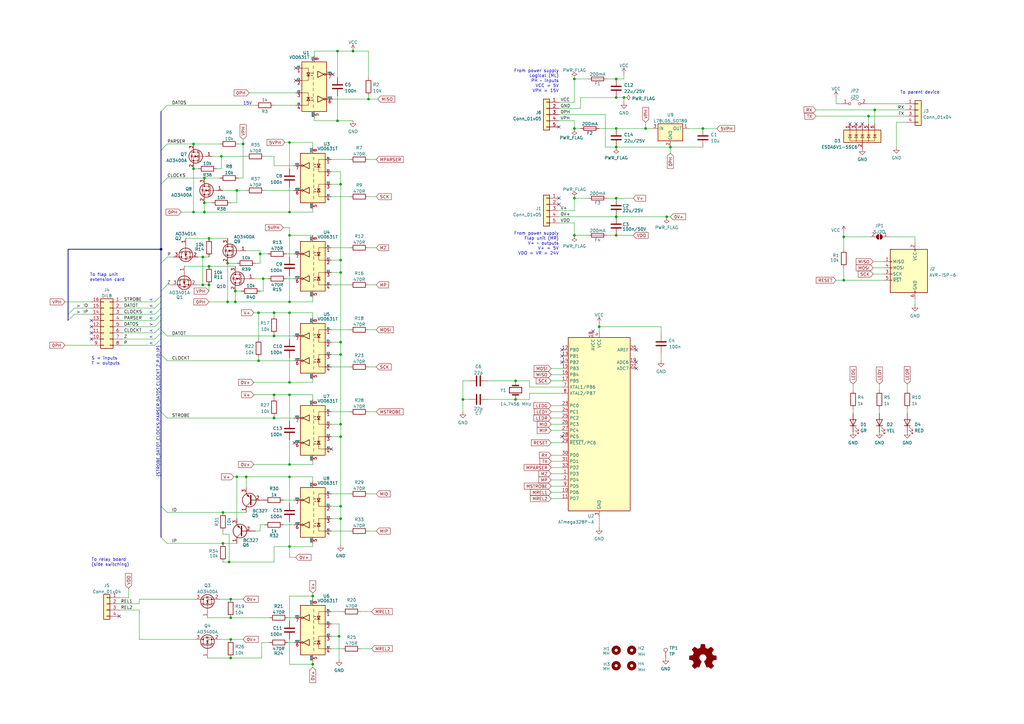
<source format=kicad_sch>
(kicad_sch (version 20211123) (generator eeschema)
  (paper "A3")
  (title_block (title "Solari di Udine platform board control PCB") (date "2023-05-06") (rev "1.0") (company "Model Railroader Club Brno I – KMŽ Brno I – https://kmz-brno.cz/") (comment 1 "Jan Horáček") (comment 2 "https://github.com/kmzbrnoI/solari-control") (comment 3 "https://creativecommons.org/licenses/by-sa/4.0/") (comment 4 "Released under the Creative Commons Attribution-ShareAlike 4.0 License"))
  (junction (at 138.43 20.955))
  (junction (at 85.725 97.79))
  (junction (at 118.745 128.27))
  (junction (at 128.27 244.475))
  (junction (at 138.43 49.53))
  (junction (at 79.375 86.995))
  (junction (at 139.065 260.985))
  (junction (at 94.615 269.875))
  (junction (at 358.775 45.085))
  (junction (at 85.725 109.22))
  (junction (at 139.7 145.415))
  (junction (at 235.585 96.52))
  (junction (at 252.73 96.52))
  (junction (at 94.615 245.745))
  (junction (at 99.695 59.055))
  (junction (at 118.745 190.5))
  (junction (at 94.615 262.255))
  (junction (at 118.745 156.845))
  (junction (at 100.965 195.58))
  (junction (at 112.395 128.27))
  (junction (at 66.04 102.235))
  (junction (at 139.7 207.645))
  (junction (at 235.585 81.28))
  (junction (at 83.82 83.185))
  (junction (at 93.345 107.95))
  (junction (at 93.345 123.825))
  (junction (at 288.29 52.705))
  (junction (at 274.955 60.325))
  (junction (at 83.185 116.84))
  (junction (at 211.455 156.21))
  (junction (at 139.7 75.565))
  (junction (at 128.27 272.415))
  (junction (at 346.075 114.935))
  (junction (at 83.82 73.025))
  (junction (at 264.795 52.705))
  (junction (at 94.615 253.365))
  (junction (at 79.375 69.215))
  (junction (at 112.395 137.795))
  (junction (at 245.745 133.985))
  (junction (at 118.745 58.42))
  (junction (at 85.725 116.84))
  (junction (at 356.235 47.625))
  (junction (at 139.7 212.725))
  (junction (at 252.73 32.385))
  (junction (at 83.185 105.41))
  (junction (at 90.805 64.135))
  (junction (at 139.7 106.68))
  (junction (at 112.395 171.45))
  (junction (at 79.375 59.055))
  (junction (at 151.13 40.64))
  (junction (at 252.73 60.325))
  (junction (at 97.155 78.105))
  (junction (at 118.745 224.155))
  (junction (at 255.905 40.005))
  (junction (at 139.7 111.76))
  (junction (at 107.95 114.3))
  (junction (at 83.82 86.995))
  (junction (at 91.44 210.185))
  (junction (at 118.745 86.995))
  (junction (at 106.045 147.955))
  (junction (at 106.68 104.14))
  (junction (at 252.73 81.28))
  (junction (at 91.44 222.885))
  (junction (at 144.78 20.955))
  (junction (at 106.045 128.27))
  (junction (at 118.745 161.925))
  (junction (at 211.455 163.83))
  (junction (at 118.745 96.52))
  (junction (at 252.73 52.705))
  (junction (at 252.73 40.005))
  (junction (at 139.7 140.335))
  (junction (at 139.7 173.99))
  (junction (at 118.745 123.825))
  (junction (at 252.73 88.9))
  (junction (at 118.745 195.58))
  (junction (at 97.155 195.58))
  (junction (at 96.52 123.825))
  (junction (at 189.865 163.83))
  (junction (at 96.52 119.38))
  (junction (at 93.98 230.505))
  (junction (at 273.431 88.9))
  (junction (at 235.585 32.385))
  (junction (at 235.585 52.705))
  (junction (at 346.075 97.155))
  (junction (at 112.395 161.925))
  (junction (at 139.7 179.07))
  (no_connect (at 229.235 81.28))
  (no_connect (at 260.985 151.13))
  (no_connect (at 135.89 184.15))
  (no_connect (at 353.695 50.8))
  (no_connect (at 260.985 148.59))
  (no_connect (at 230.505 148.59))
  (no_connect (at 348.615 50.8))
  (no_connect (at 37.465 133.985))
  (no_connect (at 230.505 179.07))
  (no_connect (at 37.465 136.525))
  (no_connect (at 243.205 135.89))
  (no_connect (at 229.235 83.82))
  (no_connect (at 351.155 50.8))
  (no_connect (at 37.465 131.445))
  (no_connect (at 48.895 252.73))
  (no_connect (at 260.985 143.51))
  (no_connect (at 229.235 52.07))
  (no_connect (at 121.285 33.02))
  (no_connect (at 230.505 146.05))
  (no_connect (at 37.465 139.065))
  (no_connect (at 136.525 30.48))
  (no_connect (at 121.285 27.94))
  (no_connect (at 120.65 181.61))
  (no_connect (at 230.505 143.51))
  (bus_entry (at 63.5 133.985) (size 2.54 -2.54))
  (bus_entry (at 68.58 147.955) (size -2.54 -2.54))
  (bus_entry (at 27.94 128.905) (size 2.54 -2.54))
  (bus_entry (at 63.5 141.605) (size 2.54 -2.54))
  (bus_entry (at 27.94 131.445) (size 2.54 -2.54))
  (bus_entry (at 66.04 75.565) (size 2.54 -2.54))
  (bus_entry (at 68.58 222.885) (size -2.54 -2.54))
  (bus_entry (at 66.04 107.95) (size 2.54 -2.54))
  (bus_entry (at 63.5 136.525) (size 2.54 -2.54))
  (bus_entry (at 66.04 61.595) (size 2.54 -2.54))
  (bus_entry (at 68.58 137.795) (size -2.54 -2.54))
  (bus_entry (at 63.5 128.905) (size 2.54 -2.54))
  (bus_entry (at 66.04 121.285) (size -2.54 2.54))
  (bus_entry (at 66.04 119.38) (size 2.54 -2.54))
  (bus_entry (at 63.5 126.365) (size 2.54 -2.54))
  (bus_entry (at 66.04 45.72) (size 2.54 -2.54))
  (bus_entry (at 63.5 139.065) (size 2.54 -2.54))
  (bus_entry (at 63.5 131.445) (size 2.54 -2.54))
  (bus_entry (at 66.04 168.91) (size 2.54 2.54))
  (bus_entry (at 68.58 210.185) (size -2.54 -2.54))
  (wire (pts (xy 57.15 250.19) (xy 57.15 262.255)))
  (wire (pts (xy 106.045 139.065) (xy 106.045 128.27)))
  (wire (pts (xy 74.295 86.995) (xy 79.375 86.995)))
  (bus (pts (xy 27.94 128.905) (xy 27.94 131.445)))
  (wire (pts (xy 97.79 59.055) (xy 99.695 59.055)))
  (wire (pts (xy 135.89 101.6) (xy 143.51 101.6)))
  (wire (pts (xy 152.4 266.065) (xy 147.955 266.065)))
  (wire (pts (xy 375.285 122.555) (xy 375.285 125.095)))
  (wire (pts (xy 128.27 123.825) (xy 118.745 123.825)))
  (wire (pts (xy 135.89 150.495) (xy 143.51 150.495)))
  (wire (pts (xy 85.725 97.79) (xy 93.345 97.79)))
  (wire (pts (xy 135.89 135.255) (xy 143.51 135.255)))
  (wire (pts (xy 151.13 31.75) (xy 151.13 20.955)))
  (wire (pts (xy 135.89 140.335) (xy 139.7 140.335)))
  (wire (pts (xy 57.15 262.255) (xy 80.01 262.255)))
  (wire (pts (xy 226.06 204.47) (xy 230.505 204.47)))
  (wire (pts (xy 94.615 262.255) (xy 99.695 262.255)))
  (wire (pts (xy 226.06 168.91) (xy 230.505 168.91)))
  (wire (pts (xy 95.885 195.58) (xy 97.155 195.58)))
  (wire (pts (xy 128.27 222.885) (xy 128.27 224.155)))
  (wire (pts (xy 128.27 244.475) (xy 128.27 245.745)))
  (bus (pts (xy 66.04 128.905) (xy 66.04 131.445)))
  (wire (pts (xy 83.82 73.025) (xy 90.17 73.025)))
  (wire (pts (xy 112.395 128.27) (xy 112.395 129.54)))
  (wire (pts (xy 128.905 20.955) (xy 138.43 20.955)))
  (wire (pts (xy 226.06 173.99) (xy 230.505 173.99)))
  (wire (pts (xy 151.13 150.495) (xy 154.305 150.495)))
  (bus (pts (xy 27.94 102.235) (xy 66.04 102.235)))
  (wire (pts (xy 30.48 128.905) (xy 37.465 128.905)))
  (wire (pts (xy 100.965 102.87) (xy 106.68 102.87)))
  (wire (pts (xy 235.585 86.36) (xy 229.235 86.36)))
  (wire (pts (xy 282.575 52.705) (xy 288.29 52.705)))
  (wire (pts (xy 367.665 50.165) (xy 367.665 60.325)))
  (wire (pts (xy 230.505 156.21) (xy 226.06 156.21)))
  (wire (pts (xy 93.345 123.825) (xy 96.52 123.825)))
  (wire (pts (xy 50.165 131.445) (xy 63.5 131.445)))
  (wire (pts (xy 94.615 245.745) (xy 99.695 245.745)))
  (wire (pts (xy 118.745 224.155) (xy 118.745 228.6)))
  (wire (pts (xy 90.17 245.745) (xy 94.615 245.745)))
  (wire (pts (xy 211.455 156.21) (xy 200.025 156.21)))
  (wire (pts (xy 118.745 58.42) (xy 118.745 69.215)))
  (wire (pts (xy 106.045 146.685) (xy 106.045 147.955)))
  (wire (pts (xy 112.395 161.925) (xy 112.395 163.195)))
  (wire (pts (xy 235.585 41.91) (xy 229.235 41.91)))
  (wire (pts (xy 235.585 32.385) (xy 235.585 41.91)))
  (wire (pts (xy 85.725 123.825) (xy 93.345 123.825)))
  (wire (pts (xy 118.745 128.27) (xy 118.745 139.065)))
  (wire (pts (xy 68.58 222.885) (xy 91.44 222.885)))
  (wire (pts (xy 235.585 49.53) (xy 229.235 49.53)))
  (bus (pts (xy 66.04 145.415) (xy 66.04 168.91)))
  (wire (pts (xy 226.06 186.69) (xy 230.505 186.69)))
  (wire (pts (xy 93.345 107.95) (xy 93.345 123.825)))
  (wire (pts (xy 128.905 49.53) (xy 138.43 49.53)))
  (wire (pts (xy 118.745 76.835) (xy 118.745 86.995)))
  (wire (pts (xy 118.745 113.03) (xy 118.745 123.825)))
  (wire (pts (xy 271.145 144.78) (xy 271.145 147.955)))
  (bus (pts (xy 66.04 121.285) (xy 66.04 123.825)))
  (wire (pts (xy 138.43 39.37) (xy 138.43 49.53)))
  (wire (pts (xy 226.06 196.85) (xy 230.505 196.85)))
  (wire (pts (xy 83.185 105.41) (xy 85.725 105.41)))
  (wire (pts (xy 151.13 101.6) (xy 154.305 101.6)))
  (wire (pts (xy 139.065 260.985) (xy 135.89 260.985)))
  (wire (pts (xy 85.725 109.22) (xy 96.52 109.22)))
  (wire (pts (xy 68.58 73.025) (xy 83.82 73.025)))
  (wire (pts (xy 135.89 65.405) (xy 143.51 65.405)))
  (wire (pts (xy 50.165 123.825) (xy 63.5 123.825)))
  (wire (pts (xy 189.865 156.21) (xy 189.865 163.83)))
  (wire (pts (xy 128.27 197.485) (xy 128.27 195.58)))
  (wire (pts (xy 151.13 65.405) (xy 154.305 65.405)))
  (wire (pts (xy 118.745 96.52) (xy 128.27 96.52)))
  (wire (pts (xy 189.865 163.83) (xy 189.865 168.91)))
  (wire (pts (xy 226.06 194.31) (xy 230.505 194.31)))
  (wire (pts (xy 128.27 121.92) (xy 128.27 123.825)))
  (wire (pts (xy 104.14 161.925) (xy 112.395 161.925)))
  (wire (pts (xy 139.065 270.51) (xy 139.065 260.985)))
  (wire (pts (xy 50.165 136.525) (xy 63.5 136.525)))
  (wire (pts (xy 255.905 40.005) (xy 255.905 41.91)))
  (wire (pts (xy 116.205 93.345) (xy 118.745 93.345)))
  (wire (pts (xy 139.7 140.335) (xy 139.7 111.76)))
  (wire (pts (xy 100.965 195.58) (xy 118.745 195.58)))
  (wire (pts (xy 118.745 156.845) (xy 104.14 156.845)))
  (wire (pts (xy 230.505 151.13) (xy 226.06 151.13)))
  (bus (pts (xy 66.04 168.91) (xy 66.04 207.645)))
  (wire (pts (xy 118.745 262.255) (xy 118.745 272.415)))
  (wire (pts (xy 118.745 96.52) (xy 118.745 105.41)))
  (wire (pts (xy 151.13 168.91) (xy 154.305 168.91)))
  (bus (pts (xy 66.04 119.38) (xy 66.04 121.285)))
  (wire (pts (xy 248.92 96.52) (xy 252.73 96.52)))
  (wire (pts (xy 75.565 109.22) (xy 85.725 109.22)))
  (wire (pts (xy 57.15 247.65) (xy 57.15 245.745)))
  (wire (pts (xy 238.125 44.45) (xy 229.235 44.45)))
  (bus (pts (xy 66.04 126.365) (xy 66.04 128.905)))
  (wire (pts (xy 135.89 116.84) (xy 143.51 116.84)))
  (wire (pts (xy 245.745 52.705) (xy 252.73 52.705)))
  (wire (pts (xy 135.89 202.565) (xy 143.51 202.565)))
  (wire (pts (xy 229.235 88.9) (xy 252.73 88.9)))
  (wire (pts (xy 118.745 228.6) (xy 121.285 228.6)))
  (wire (pts (xy 96.52 119.38) (xy 96.52 123.825)))
  (wire (pts (xy 128.27 243.205) (xy 128.27 244.475)))
  (wire (pts (xy 349.885 157.48) (xy 349.885 160.02)))
  (wire (pts (xy 372.11 157.48) (xy 372.11 160.02)))
  (wire (pts (xy 235.585 52.705) (xy 235.585 49.53)))
  (wire (pts (xy 139.7 70.485) (xy 135.89 70.485)))
  (wire (pts (xy 48.895 250.19) (xy 57.15 250.19)))
  (wire (pts (xy 245.745 212.09) (xy 245.745 216.535)))
  (wire (pts (xy 135.89 217.805) (xy 143.51 217.805)))
  (wire (pts (xy 93.98 230.505) (xy 112.395 230.505)))
  (wire (pts (xy 118.745 161.925) (xy 112.395 161.925)))
  (wire (pts (xy 288.29 52.705) (xy 294.005 52.705)))
  (wire (pts (xy 128.27 156.845) (xy 118.745 156.845)))
  (wire (pts (xy 118.745 190.5) (xy 104.14 190.5)))
  (wire (pts (xy 50.165 126.365) (xy 63.5 126.365)))
  (wire (pts (xy 112.395 224.155) (xy 112.395 230.505)))
  (wire (pts (xy 83.185 116.84) (xy 85.725 116.84)))
  (wire (pts (xy 81.28 105.41) (xy 83.185 105.41)))
  (wire (pts (xy 106.045 147.955) (xy 120.65 147.955)))
  (wire (pts (xy 264.795 52.705) (xy 267.335 52.705)))
  (bus (pts (xy 66.04 102.235) (xy 66.04 107.95)))
  (wire (pts (xy 107.315 263.525) (xy 110.49 263.525)))
  (wire (pts (xy 226.06 166.37) (xy 230.505 166.37)))
  (wire (pts (xy 151.13 135.255) (xy 154.305 135.255)))
  (wire (pts (xy 106.045 128.27) (xy 104.14 128.27)))
  (wire (pts (xy 112.395 128.27) (xy 106.045 128.27)))
  (wire (pts (xy 217.17 163.83) (xy 217.17 161.29)))
  (wire (pts (xy 52.705 241.3) (xy 52.705 245.11)))
  (wire (pts (xy 138.43 20.955) (xy 144.78 20.955)))
  (wire (pts (xy 238.125 40.005) (xy 238.125 44.45)))
  (wire (pts (xy 271.145 133.985) (xy 271.145 137.16)))
  (wire (pts (xy 85.725 116.84) (xy 85.725 119.38)))
  (wire (pts (xy 264.795 50.165) (xy 264.795 52.705)))
  (wire (pts (xy 68.58 171.45) (xy 112.395 171.45)))
  (wire (pts (xy 128.27 189.23) (xy 128.27 190.5)))
  (wire (pts (xy 235.585 91.44) (xy 235.585 96.52)))
  (wire (pts (xy 230.505 153.67) (xy 226.06 153.67)))
  (wire (pts (xy 68.58 59.055) (xy 79.375 59.055)))
  (wire (pts (xy 346.075 114.935) (xy 342.9 114.935)))
  (wire (pts (xy 118.745 161.925) (xy 118.745 172.72)))
  (wire (pts (xy 118.745 272.415) (xy 128.27 272.415)))
  (wire (pts (xy 342.9 42.545) (xy 345.44 42.545)))
  (wire (pts (xy 128.27 86.995) (xy 118.745 86.995)))
  (wire (pts (xy 346.075 97.155) (xy 346.075 102.235)))
  (wire (pts (xy 83.82 86.995) (xy 118.745 86.995)))
  (wire (pts (xy 128.27 161.925) (xy 118.745 161.925)))
  (wire (pts (xy 128.27 272.415) (xy 128.27 273.685)))
  (wire (pts (xy 235.585 81.28) (xy 235.585 86.36)))
  (wire (pts (xy 50.165 139.065) (xy 63.5 139.065)))
  (wire (pts (xy 235.585 81.28) (xy 241.3 81.28)))
  (wire (pts (xy 245.745 133.985) (xy 271.145 133.985)))
  (wire (pts (xy 151.13 116.84) (xy 154.305 116.84)))
  (wire (pts (xy 128.27 155.575) (xy 128.27 156.845)))
  (wire (pts (xy 139.7 173.99) (xy 139.7 145.415)))
  (wire (pts (xy 93.345 107.95) (xy 97.155 107.95)))
  (wire (pts (xy 226.06 171.45) (xy 230.505 171.45)))
  (wire (pts (xy 226.06 189.23) (xy 230.505 189.23)))
  (wire (pts (xy 108.585 78.105) (xy 120.65 78.105)))
  (wire (pts (xy 79.375 86.995) (xy 83.82 86.995)))
  (wire (pts (xy 135.89 111.76) (xy 139.7 111.76)))
  (wire (pts (xy 238.125 40.005) (xy 252.73 40.005)))
  (wire (pts (xy 83.185 105.41) (xy 83.185 116.84)))
  (wire (pts (xy 79.375 69.215) (xy 81.28 69.215)))
  (wire (pts (xy 112.395 170.815) (xy 112.395 171.45)))
  (wire (pts (xy 68.58 137.795) (xy 112.395 137.795)))
  (wire (pts (xy 118.745 93.345) (xy 118.745 96.52)))
  (wire (pts (xy 139.7 212.725) (xy 139.7 207.645)))
  (wire (pts (xy 252.73 60.325) (xy 274.955 60.325)))
  (wire (pts (xy 358.775 45.085) (xy 358.775 50.8)))
  (wire (pts (xy 245.745 132.715) (xy 245.745 133.985)))
  (wire (pts (xy 50.165 128.905) (xy 63.5 128.905)))
  (wire (pts (xy 83.82 83.185) (xy 83.82 86.995)))
  (wire (pts (xy 211.455 163.83) (xy 217.17 163.83)))
  (wire (pts (xy 68.58 147.955) (xy 106.045 147.955)))
  (wire (pts (xy 107.95 114.3) (xy 109.855 114.3)))
  (wire (pts (xy 30.48 126.365) (xy 37.465 126.365)))
  (bus (pts (xy 66.04 133.985) (xy 66.04 135.255)))
  (wire (pts (xy 255.905 32.385) (xy 252.73 32.385)))
  (wire (pts (xy 362.585 109.855) (xy 358.14 109.855)))
  (wire (pts (xy 118.745 195.58) (xy 118.745 206.375)))
  (wire (pts (xy 76.2 97.79) (xy 85.725 97.79)))
  (wire (pts (xy 26.67 123.825) (xy 37.465 123.825)))
  (wire (pts (xy 139.7 207.645) (xy 135.89 207.645)))
  (wire (pts (xy 360.68 167.64) (xy 360.68 169.545)))
  (wire (pts (xy 252.73 81.28) (xy 259.715 81.28)))
  (wire (pts (xy 79.375 69.215) (xy 79.375 86.995)))
  (wire (pts (xy 97.155 78.105) (xy 100.965 78.105)))
  (wire (pts (xy 375.285 97.155) (xy 364.49 97.155)))
  (wire (pts (xy 118.745 146.685) (xy 118.745 156.845)))
  (wire (pts (xy 356.87 97.155) (xy 346.075 97.155)))
  (wire (pts (xy 93.98 219.075) (xy 93.98 230.505)))
  (wire (pts (xy 372.11 167.64) (xy 372.11 169.545)))
  (wire (pts (xy 139.7 75.565) (xy 139.7 70.485)))
  (wire (pts (xy 106.68 104.14) (xy 109.855 104.14)))
  (wire (pts (xy 118.745 244.475) (xy 118.745 254.635)))
  (wire (pts (xy 139.7 75.565) (xy 139.7 106.68)))
  (wire (pts (xy 229.235 46.99) (xy 248.285 46.99)))
  (wire (pts (xy 104.775 217.805) (xy 106.68 217.805)))
  (wire (pts (xy 217.17 156.21) (xy 211.455 156.21)))
  (wire (pts (xy 248.285 46.99) (xy 248.285 60.325)))
  (wire (pts (xy 112.395 43.18) (xy 121.285 43.18)))
  (wire (pts (xy 96.52 123.825) (xy 118.745 123.825)))
  (wire (pts (xy 128.27 244.475) (xy 118.745 244.475)))
  (wire (pts (xy 346.075 95.25) (xy 346.075 97.155)))
  (wire (pts (xy 48.895 245.11) (xy 52.705 245.11)))
  (wire (pts (xy 91.44 210.185) (xy 100.965 210.185)))
  (bus (pts (xy 66.04 61.595) (xy 66.04 75.565)))
  (wire (pts (xy 139.7 223.52) (xy 139.7 212.725)))
  (bus (pts (xy 66.04 139.065) (xy 66.04 145.415)))
  (wire (pts (xy 117.475 104.14) (xy 120.65 104.14)))
  (wire (pts (xy 200.025 163.83) (xy 211.455 163.83)))
  (wire (pts (xy 107.315 269.875) (xy 107.315 263.525)))
  (wire (pts (xy 135.89 75.565) (xy 139.7 75.565)))
  (wire (pts (xy 68.58 43.18) (xy 104.775 43.18)))
  (wire (pts (xy 151.13 40.64) (xy 136.525 40.64)))
  (wire (pts (xy 138.43 20.955) (xy 138.43 31.75)))
  (wire (pts (xy 135.89 212.725) (xy 139.7 212.725)))
  (wire (pts (xy 144.78 20.955) (xy 151.13 20.955)))
  (wire (pts (xy 117.475 114.3) (xy 120.65 114.3)))
  (wire (pts (xy 106.68 217.805) (xy 106.68 215.265)))
  (wire (pts (xy 151.13 80.645) (xy 154.305 80.645)))
  (wire (pts (xy 349.885 167.64) (xy 349.885 169.545)))
  (wire (pts (xy 80.645 116.84) (xy 83.185 116.84)))
  (wire (pts (xy 245.745 133.985) (xy 245.745 135.89)))
  (wire (pts (xy 100.965 195.58) (xy 100.965 200.025)))
  (wire (pts (xy 128.27 85.725) (xy 128.27 86.995)))
  (wire (pts (xy 135.89 179.07) (xy 139.7 179.07)))
  (wire (pts (xy 346.075 109.855) (xy 346.075 114.935)))
  (wire (pts (xy 139.7 179.07) (xy 139.7 173.99)))
  (wire (pts (xy 252.73 88.9) (xy 273.431 88.9)))
  (wire (pts (xy 138.43 49.53) (xy 144.78 49.53)))
  (wire (pts (xy 48.895 247.65) (xy 57.15 247.65)))
  (wire (pts (xy 120.65 205.105) (xy 116.205 205.105)))
  (wire (pts (xy 358.775 45.085) (xy 371.475 45.085)))
  (wire (pts (xy 90.805 69.215) (xy 88.9 69.215)))
  (wire (pts (xy 99.695 59.055) (xy 99.695 73.025)))
  (wire (pts (xy 360.68 157.48) (xy 360.68 160.02)))
  (wire (pts (xy 106.68 102.87) (xy 106.68 104.14)))
  (bus (pts (xy 66.04 135.255) (xy 66.04 136.525)))
  (wire (pts (xy 235.585 52.705) (xy 238.125 52.705)))
  (wire (pts (xy 85.09 269.875) (xy 94.615 269.875)))
  (wire (pts (xy 128.905 22.86) (xy 128.905 20.955)))
  (wire (pts (xy 94.615 269.875) (xy 107.315 269.875)))
  (wire (pts (xy 151.13 39.37) (xy 151.13 40.64)))
  (wire (pts (xy 97.155 195.58) (xy 97.155 212.725)))
  (wire (pts (xy 128.27 128.27) (xy 118.745 128.27)))
  (wire (pts (xy 139.065 255.905) (xy 139.065 260.985)))
  (wire (pts (xy 128.27 195.58) (xy 118.745 195.58)))
  (wire (pts (xy 274.955 88.9) (xy 273.431 88.9)))
  (wire (pts (xy 367.665 50.165) (xy 371.475 50.165)))
  (wire (pts (xy 90.805 64.135) (xy 90.805 69.215)))
  (wire (pts (xy 94.615 253.365) (xy 110.49 253.365)))
  (wire (pts (xy 83.82 83.185) (xy 86.995 83.185)))
  (wire (pts (xy 226.06 191.77) (xy 230.505 191.77)))
  (wire (pts (xy 128.905 48.26) (xy 128.905 49.53)))
  (wire (pts (xy 151.13 217.805) (xy 154.305 217.805)))
  (wire (pts (xy 97.155 195.58) (xy 100.965 195.58)))
  (wire (pts (xy 362.585 114.935) (xy 346.075 114.935)))
  (wire (pts (xy 192.405 156.21) (xy 189.865 156.21)))
  (wire (pts (xy 235.585 32.385) (xy 241.3 32.385)))
  (wire (pts (xy 79.375 59.055) (xy 90.17 59.055)))
  (wire (pts (xy 97.79 73.025) (xy 99.695 73.025)))
  (wire (pts (xy 120.65 67.945) (xy 112.395 67.945)))
  (wire (pts (xy 118.11 253.365) (xy 120.65 253.365)))
  (wire (pts (xy 106.68 215.265) (xy 108.585 215.265)))
  (wire (pts (xy 68.58 105.41) (xy 71.12 105.41)))
  (wire (pts (xy 334.645 47.625) (xy 356.235 47.625)))
  (wire (pts (xy 252.73 40.005) (xy 255.905 40.005)))
  (wire (pts (xy 85.09 253.365) (xy 94.615 253.365)))
  (wire (pts (xy 151.13 202.565) (xy 154.305 202.565)))
  (wire (pts (xy 135.89 168.91) (xy 143.51 168.91)))
  (wire (pts (xy 230.505 161.29) (xy 217.17 161.29)))
  (wire (pts (xy 252.73 60.325) (xy 248.285 60.325)))
  (wire (pts (xy 97.155 78.105) (xy 97.155 83.185)))
  (wire (pts (xy 356.235 47.625) (xy 371.475 47.625)))
  (wire (pts (xy 248.92 32.385) (xy 252.73 32.385)))
  (wire (pts (xy 217.17 158.75) (xy 217.17 156.21)))
  (wire (pts (xy 139.7 145.415) (xy 135.89 145.415)))
  (wire (pts (xy 116.205 215.265) (xy 120.65 215.265)))
  (wire (pts (xy 116.84 58.42) (xy 118.745 58.42)))
  (bus (pts (xy 66.04 131.445) (xy 66.04 133.985)))
  (wire (pts (xy 68.58 116.84) (xy 70.485 116.84)))
  (wire (pts (xy 106.68 107.95) (xy 104.775 107.95)))
  (wire (pts (xy 112.395 137.16) (xy 112.395 137.795)))
  (wire (pts (xy 334.645 45.085) (xy 358.775 45.085)))
  (wire (pts (xy 120.65 171.45) (xy 112.395 171.45)))
  (wire (pts (xy 91.44 230.505) (xy 93.98 230.505)))
  (wire (pts (xy 104.14 114.3) (xy 107.95 114.3)))
  (wire (pts (xy 235.585 96.52) (xy 241.3 96.52)))
  (wire (pts (xy 118.745 128.27) (xy 112.395 128.27)))
  (bus (pts (xy 27.94 102.235) (xy 27.94 128.905)))
  (wire (pts (xy 97.155 83.185) (xy 94.615 83.185)))
  (wire (pts (xy 226.06 199.39) (xy 230.505 199.39)))
  (wire (pts (xy 128.27 58.42) (xy 118.745 58.42)))
  (bus (pts (xy 66.04 207.645) (xy 66.04 220.345)))
  (wire (pts (xy 26.67 141.605) (xy 37.465 141.605)))
  (wire (pts (xy 106.68 104.14) (xy 106.68 107.95)))
  (wire (pts (xy 356.235 47.625) (xy 356.235 50.8)))
  (wire (pts (xy 91.44 222.885) (xy 97.155 222.885)))
  (wire (pts (xy 139.7 179.07) (xy 139.7 207.645)))
  (wire (pts (xy 91.44 78.105) (xy 97.155 78.105)))
  (wire (pts (xy 68.58 210.185) (xy 91.44 210.185)))
  (bus (pts (xy 66.04 75.565) (xy 66.04 102.235)))
  (wire (pts (xy 362.585 112.395) (xy 358.14 112.395)))
  (wire (pts (xy 274.955 60.325) (xy 288.29 60.325)))
  (wire (pts (xy 128.27 130.175) (xy 128.27 128.27)))
  (wire (pts (xy 118.745 213.995) (xy 118.745 224.155)))
  (wire (pts (xy 274.955 60.325) (xy 274.955 62.865)))
  (bus (pts (xy 66.04 136.525) (xy 66.04 139.065)))
  (wire (pts (xy 57.15 245.745) (xy 80.01 245.745)))
  (wire (pts (xy 230.505 181.61) (xy 226.06 181.61)))
  (wire (pts (xy 362.585 107.315) (xy 358.14 107.315)))
  (wire (pts (xy 226.06 176.53) (xy 230.505 176.53)))
  (wire (pts (xy 128.27 60.325) (xy 128.27 58.42)))
  (wire (pts (xy 128.27 272.415) (xy 128.27 271.145)))
  (bus (pts (xy 66.04 123.825) (xy 66.04 126.365)))
  (wire (pts (xy 128.27 163.83) (xy 128.27 161.925)))
  (wire (pts (xy 140.335 250.825) (xy 135.89 250.825)))
  (wire (pts (xy 140.335 266.065) (xy 135.89 266.065)))
  (wire (pts (xy 139.7 145.415) (xy 139.7 140.335)))
  (wire (pts (xy 151.13 40.64) (xy 154.94 40.64)))
  (wire (pts (xy 50.165 133.985) (xy 63.5 133.985)))
  (wire (pts (xy 99.695 57.15) (xy 99.695 59.055)))
  (wire (pts (xy 91.44 217.805) (xy 91.44 219.075)))
  (wire (pts (xy 139.7 173.99) (xy 135.89 173.99)))
  (wire (pts (xy 112.395 64.135) (xy 108.585 64.135)))
  (wire (pts (xy 128.27 190.5) (xy 118.745 190.5)))
  (wire (pts (xy 112.395 67.945) (xy 112.395 64.135)))
  (wire (pts (xy 118.745 224.155) (xy 112.395 224.155)))
  (wire (pts (xy 106.68 119.38) (xy 107.95 119.38)))
  (wire (pts (xy 226.06 201.93) (xy 230.505 201.93)))
  (wire (pts (xy 90.17 262.255) (xy 94.615 262.255)))
  (wire (pts (xy 252.73 52.705) (xy 264.795 52.705)))
  (wire (pts (xy 91.44 219.075) (xy 93.98 219.075)))
  (wire (pts (xy 342.9 40.005) (xy 342.9 42.545)))
  (bus (pts (xy 66.04 107.95) (xy 66.04 119.38)))
  (wire (pts (xy 96.52 119.38) (xy 99.06 119.38)))
  (wire (pts (xy 152.4 250.825) (xy 147.955 250.825)))
  (wire (pts (xy 230.505 158.75) (xy 217.17 158.75)))
  (wire (pts (xy 128.27 224.155) (xy 118.745 224.155)))
  (wire (pts (xy 252.73 96.52) (xy 259.715 96.52)))
  (wire (pts (xy 139.7 111.76) (xy 139.7 106.68)))
  (wire (pts (xy 90.805 64.135) (xy 100.965 64.135)))
  (wire (pts (xy 355.6 42.545) (xy 371.475 42.545)))
  (wire (pts (xy 102.235 38.1) (xy 121.285 38.1)))
  (wire (pts (xy 135.89 255.905) (xy 139.065 255.905)))
  (wire (pts (xy 229.235 91.44) (xy 235.585 91.44)))
  (wire (pts (xy 50.165 141.605) (xy 63.5 141.605)))
  (wire (pts (xy 120.65 137.795) (xy 112.395 137.795)))
  (wire (pts (xy 135.89 106.68) (xy 139.7 106.68)))
  (bus (pts (xy 66.04 45.72) (xy 66.04 61.595)))
  (wire (pts (xy 135.89 80.645) (xy 143.51 80.645)))
  (wire (pts (xy 118.11 263.525) (xy 120.65 263.525)))
  (wire (pts (xy 192.405 163.83) (xy 189.865 163.83)))
  (wire (pts (xy 86.995 64.135) (xy 90.805 64.135)))
  (wire (pts (xy 375.285 97.155) (xy 375.285 99.695)))
  (wire (pts (xy 118.745 180.34) (xy 118.745 190.5)))
  (wire (pts (xy 248.92 81.28) (xy 252.73 81.28)))
  (wire (pts (xy 107.95 119.38) (xy 107.95 114.3)))
  (wire (pts (xy 255.905 30.48) (xy 255.905 32.385)))
  (text "<" (at 62.865 136.525 180) (effects (font (size 1.27 1.27)) (justify right bottom)))
  (text "<" (at 62.865 126.365 180) (effects (font (size 1.27 1.27)) (justify right bottom)))
  (text "To relay board\n(side switching)" (at 37.465 232.41 0) (effects (font (size 1.27 1.27)) (justify left bottom)))
  (text "<" (at 62.865 131.445 180) (effects (font (size 1.27 1.27)) (justify right bottom)))
  (text "15V" (at 99.695 43.18 0) (effects (font (size 1.27 1.27)) (justify left bottom)))
  (text "To parent device" (at 385.445 38.735 180) (effects (font (size 1.27 1.27)) (justify right bottom)))
  (text ">" (at 33.02 128.905 180) (effects (font (size 1.27 1.27)) (justify right bottom)))
  (text "From power supply\nFlap unit (MR)\nV+ ~ outputs\nV+ = 5V\nVDO = VR = 24V" (at 229.235 104.775 180) (effects (font (size 1.27 1.27)) (justify right bottom)))
  (text ">" (at 33.02 126.365 180) (effects (font (size 1.27 1.27)) (justify right bottom)))
  (text "<" (at 62.865 141.605 180) (effects (font (size 1.27 1.27)) (justify right bottom)))
  (text "From power supply\nLogical (ML)\nPH ~ inputs\nVCC = 5V\nVPH = 15V" (at 229.235 38.1 180) (effects (font (size 1.27 1.27)) (justify right bottom)))
  (text "To flap unit\nextension card" (at 36.83 115.57 0) (effects (font (size 1.27 1.27)) (justify left bottom)))
  (text "<" (at 62.865 123.825 180) (effects (font (size 1.27 1.27)) (justify right bottom)))
  (text "<" (at 62.865 139.065 180) (effects (font (size 1.27 1.27)) (justify right bottom)))
  (text ">" (at 62.865 133.985 180) (effects (font (size 1.27 1.27)) (justify right bottom)))
  (text "S = inputs\nT = outputs" (at 37.465 149.86 0) (effects (font (size 1.27 1.27)) (justify left bottom)))
  (text "<" (at 62.865 128.905 180) (effects (font (size 1.27 1.27)) (justify right bottom)))
  (label "ID" (at 36.195 126.365 180))
  (label "RX" (at 370.84 45.085 180))
  (label "DATOS" (at 50.8 133.985 0))
  (label "IP" (at 36.195 128.905 180))
  (label "P" (at 68.58 105.41 0))
  (label "VPH" (at 229.87 49.53 0))
  (label "Z" (at 68.58 116.84 0))
  (label "CLOCKT" (at 50.8 136.525 0))
  (label "GND" (at 229.87 44.45 0))
  (label "0V+" (at 229.87 88.9 0))
  (label "PARSER" (at 50.8 131.445 0))
  (label "{STROBE,DATOT,CLOCKS,PARSER,DATOS,CLOCKT,Z,P,ID,IP}" (at 66.04 195.58 90))
  (label "V+" (at 229.87 86.36 0))
  (label "VDO" (at 229.87 91.44 0))
  (label "STROBE" (at 70.485 171.45 0))
  (label "REL2" (at 49.53 250.19 0))
  (label "ID" (at 70.485 210.185 0))
  (label "DATOT" (at 70.485 137.795 0))
  (label "IP" (at 70.485 222.885 0))
  (label "0PH" (at 229.87 46.99 0))
  (label "TX" (at 370.84 47.625 180))
  (label "PARSER" (at 68.58 59.055 0))
  (label "Z" (at 50.8 139.065 0))
  (label "CLOCKT" (at 70.485 147.955 0))
  (label "P" (at 50.8 141.605 0))
  (label "CLOCKS" (at 68.58 73.025 0))
  (label "CLOCKS" (at 50.8 128.905 0))
  (label "VCC" (at 229.87 41.91 0))
  (label "STROBE" (at 50.8 123.825 0))
  (label "DATOT" (at 50.8 126.365 0))
  (label "DATOS" (at 70.485 43.18 0))
  (label "REL1" (at 49.53 247.65 0))
  (global_label "VPH" (shape input) (at 26.67 123.825 180) (property "Intersheet References" "${INTERSHEET_REFS}" (effects hide)))
  (global_label "VPH" (shape input) (at 264.795 50.165 90) (property "Intersheet References" "${INTERSHEET_REFS}" (effects hide)))
  (global_label "VDO" (shape input) (at 52.705 241.3 90) (property "Intersheet References" "${INTERSHEET_REFS}" (effects hide)))
  (global_label "TX" (shape input) (at 334.645 47.625 180) (property "Intersheet References" "${INTERSHEET_REFS}" (effects hide)))
  (global_label "MISO" (shape input) (at 358.14 107.315 180) (property "Intersheet References" "${INTERSHEET_REFS}" (effects hide)))
  (global_label "V+" (shape input) (at 259.715 81.28 0) (property "Intersheet References" "${INTERSHEET_REFS}" (effects hide)))
  (global_label "RESET" (shape input) (at 342.9 114.935 180) (property "Intersheet References" "${INTERSHEET_REFS}" (effects hide)))
  (global_label "5VPH" (shape input) (at 116.84 58.42 180) (property "Intersheet References" "${INTERSHEET_REFS}" (effects hide)))
  (global_label "MP" (shape input) (at 154.305 116.84 0) (property "Intersheet References" "${INTERSHEET_REFS}" (effects hide)))
  (global_label "MREL2" (shape input) (at 152.4 266.065 0) (property "Intersheet References" "${INTERSHEET_REFS}" (effects hide)))
  (global_label "RX" (shape input) (at 226.06 186.69 180) (property "Intersheet References" "${INTERSHEET_REFS}" (effects hide)))
  (global_label "SCK" (shape input) (at 154.305 80.645 0) (property "Intersheet References" "${INTERSHEET_REFS}" (effects hide)))
  (global_label "0V+" (shape input) (at 121.285 228.6 0) (property "Intersheet References" "${INTERSHEET_REFS}" (effects hide)))
  (global_label "0PH" (shape input) (at 274.955 62.865 270) (property "Intersheet References" "${INTERSHEET_REFS}" (effects hide)))
  (global_label "MREL1" (shape input) (at 226.06 201.93 180) (property "Intersheet References" "${INTERSHEET_REFS}" (effects hide)))
  (global_label "MSTROBE" (shape input) (at 226.06 199.39 180) (property "Intersheet References" "${INTERSHEET_REFS}" (effects hide)))
  (global_label "0PH" (shape input) (at 74.295 86.995 180) (property "Intersheet References" "${INTERSHEET_REFS}" (effects hide)))
  (global_label "MOSI" (shape input) (at 226.06 151.13 180) (property "Intersheet References" "${INTERSHEET_REFS}" (effects hide)))
  (global_label "LEDG" (shape input) (at 226.06 166.37 180) (property "Intersheet References" "${INTERSHEET_REFS}" (effects hide)))
  (global_label "5VPH" (shape input) (at 116.205 93.345 180) (property "Intersheet References" "${INTERSHEET_REFS}" (effects hide)))
  (global_label "MSTROBE" (shape input) (at 154.305 168.91 0) (property "Intersheet References" "${INTERSHEET_REFS}" (effects hide)))
  (global_label "MZ" (shape input) (at 226.06 194.31 180) (property "Intersheet References" "${INTERSHEET_REFS}" (effects hide)))
  (global_label "MP" (shape input) (at 226.06 196.85 180) (property "Intersheet References" "${INTERSHEET_REFS}" (effects hide)))
  (global_label "0PH" (shape input) (at 102.235 38.1 180) (property "Intersheet References" "${INTERSHEET_REFS}" (effects hide)))
  (global_label "V+" (shape input) (at 104.14 128.27 180) (property "Intersheet References" "${INTERSHEET_REFS}" (effects hide)))
  (global_label "0PH" (shape input) (at 85.725 123.825 180) (property "Intersheet References" "${INTERSHEET_REFS}" (effects hide)))
  (global_label "LEDG" (shape input) (at 349.885 157.48 90) (property "Intersheet References" "${INTERSHEET_REFS}" (effects hide)))
  (global_label "LEDR" (shape input) (at 372.11 157.48 90) (property "Intersheet References" "${INTERSHEET_REFS}" (effects hide)))
  (global_label "V+" (shape input) (at 95.885 195.58 180) (property "Intersheet References" "${INTERSHEET_REFS}" (effects hide)))
  (global_label "V+" (shape input) (at 104.14 161.925 180) (property "Intersheet References" "${INTERSHEET_REFS}" (effects hide)))
  (global_label "0V+" (shape input) (at 274.955 88.9 0) (property "Intersheet References" "${INTERSHEET_REFS}" (effects hide)))
  (global_label "MID" (shape input) (at 226.06 173.99 180) (property "Intersheet References" "${INTERSHEET_REFS}" (effects hide)))
  (global_label "0PH" (shape input) (at 26.67 141.605 180) (property "Intersheet References" "${INTERSHEET_REFS}" (effects hide)))
  (global_label "MZ" (shape input) (at 154.305 101.6 0) (property "Intersheet References" "${INTERSHEET_REFS}" (effects hide)))
  (global_label "0V+" (shape input) (at 104.14 190.5 180) (property "Intersheet References" "${INTERSHEET_REFS}" (effects hide)))
  (global_label "VDO" (shape input) (at 259.715 96.52 0) (property "Intersheet References" "${INTERSHEET_REFS}" (effects hide)))
  (global_label "VPH" (shape input) (at 99.695 57.15 90) (property "Intersheet References" "${INTERSHEET_REFS}" (effects hide)))
  (global_label "MISO" (shape input) (at 226.06 153.67 180) (property "Intersheet References" "${INTERSHEET_REFS}" (effects hide)))
  (global_label "5VPH" (shape input) (at 294.005 52.705 0) (property "Intersheet References" "${INTERSHEET_REFS}" (effects hide)))
  (global_label "0V+" (shape input) (at 128.27 273.685 270) (property "Intersheet References" "${INTERSHEET_REFS}" (effects hide)))
  (global_label "VPH" (shape input) (at 85.725 119.38 180) (property "Intersheet References" "${INTERSHEET_REFS}" (effects hide)))
  (global_label "RESET" (shape input) (at 226.06 181.61 180) (property "Intersheet References" "${INTERSHEET_REFS}" (effects hide)))
  (global_label "LEDY" (shape input) (at 360.68 157.48 90) (property "Intersheet References" "${INTERSHEET_REFS}" (effects hide)))
  (global_label "0V+" (shape input) (at 104.14 156.845 180) (property "Intersheet References" "${INTERSHEET_REFS}" (effects hide)))
  (global_label "MISO" (shape input) (at 154.94 40.64 0) (property "Intersheet References" "${INTERSHEET_REFS}" (effects hide)))
  (global_label "V+" (shape input) (at 128.27 243.205 90) (property "Intersheet References" "${INTERSHEET_REFS}" (effects hide)))
  (global_label "LEDR" (shape input) (at 226.06 171.45 180) (property "Intersheet References" "${INTERSHEET_REFS}" (effects hide)))
  (global_label "MOSI" (shape input) (at 358.14 109.855 180) (property "Intersheet References" "${INTERSHEET_REFS}" (effects hide)))
  (global_label "MPARSER" (shape input) (at 226.06 191.77 180) (property "Intersheet References" "${INTERSHEET_REFS}" (effects hide)))
  (global_label "MID" (shape input) (at 154.305 202.565 0) (property "Intersheet References" "${INTERSHEET_REFS}" (effects hide)))
  (global_label "MOSI" (shape input) (at 154.305 135.255 0) (property "Intersheet References" "${INTERSHEET_REFS}" (effects hide)))
  (global_label "MIP" (shape input) (at 154.305 217.805 0) (property "Intersheet References" "${INTERSHEET_REFS}" (effects hide)))
  (global_label "MIP" (shape input) (at 226.06 176.53 180) (property "Intersheet References" "${INTERSHEET_REFS}" (effects hide)))
  (global_label "MREL2" (shape input) (at 226.06 204.47 180) (property "Intersheet References" "${INTERSHEET_REFS}" (effects hide)))
  (global_label "SCK" (shape input) (at 226.06 156.21 180) (property "Intersheet References" "${INTERSHEET_REFS}" (effects hide)))
  (global_label "SCK" (shape input) (at 154.305 150.495 0) (property "Intersheet References" "${INTERSHEET_REFS}" (effects hide)))
  (global_label "MPARSER" (shape input) (at 154.305 65.405 0) (property "Intersheet References" "${INTERSHEET_REFS}" (effects hide)))
  (global_label "SCK" (shape input) (at 358.14 112.395 180) (property "Intersheet References" "${INTERSHEET_REFS}" (effects hide)))
  (global_label "0V+" (shape input) (at 99.695 245.745 0) (property "Intersheet References" "${INTERSHEET_REFS}" (effects hide)))
  (global_label "TX" (shape input) (at 226.06 189.23 180) (property "Intersheet References" "${INTERSHEET_REFS}" (effects hide)))
  (global_label "0V+" (shape input) (at 99.695 262.255 0) (property "Intersheet References" "${INTERSHEET_REFS}" (effects hide)))
  (global_label "RX" (shape input) (at 334.645 45.085 180) (property "Intersheet References" "${INTERSHEET_REFS}" (effects hide)))
  (global_label "LEDY" (shape input) (at 226.06 168.91 180) (property "Intersheet References" "${INTERSHEET_REFS}" (effects hide)))
  (global_label "MREL1" (shape input) (at 152.4 250.825 0) (property "Intersheet References" "${INTERSHEET_REFS}" (effects hide)))
  (symbol (lib_id "Connector_Generic:Conn_01x05") (at 224.155 86.36 0) (mirror y) (unit 1)
    (property "Reference" "J1" (at 222.123 85.5253 0) (effects (justify left)))
    (property "Value" "Conn_01x05" (at 222.123 88.0622 0) (effects (justify left)))
  )
  (symbol (lib_id "Device:Fuse") (at 245.11 32.385 90) (unit 1)
    (property "Reference" "F1" (at 245.11 34.29 90))
    (property "Value" "200mA" (at 245.11 30.4601 90))
  )
  (symbol (lib_id "Device:R") (at 147.32 80.645 90) (unit 1)
    (property "Reference" "R9" (at 147.32 75.9292 90))
    (property "Value" "470R" (at 147.32 78.4661 90))
  )
  (symbol (lib_id "Device:R") (at 147.32 217.805 90) (unit 1)
    (property "Reference" "R33" (at 147.32 213.0892 90))
    (property "Value" "470R" (at 147.32 215.6261 90))
  )
  (symbol (lib_id "Device:Crystal") (at 211.455 160.02 90) (unit 1)
    (property "Reference" "Y1" (at 207.645 160.02 90) (effects (justify left)))
    (property "Value" "14.7456 MHz" (at 205.105 165.735 90) (effects (justify right)))
  )
  (symbol (lib_id "Device:R") (at 112.395 167.005 0) (mirror x) (unit 1)
    (property "Reference" "R27" (at 110.617 166.1703 0) (effects (justify right)))
    (property "Value" "10k" (at 110.617 168.7072 0) (effects (justify right)))
  )
  (symbol (lib_id "Device:R") (at 108.585 43.18 270) (mirror x) (unit 1)
    (property "Reference" "R3" (at 108.585 45.72 90))
    (property "Value" "1k" (at 108.585 41.0011 90))
  )
  (symbol (lib_id "Device:R") (at 106.045 142.875 0) (mirror x) (unit 1)
    (property "Reference" "R22" (at 104.267 142.0403 0) (effects (justify right)))
    (property "Value" "10k" (at 104.267 144.5772 0) (effects (justify right)))
  )
  (symbol (lib_id "Isolator:VO0631T") (at 128.27 176.53 0) (mirror y) (unit 1)
    (property "Reference" "U7" (at 135.255 162.56 0) (effects (justify left)))
    (property "Value" "VO0631T" (at 130.175 164.465 0) (effects (justify right)))
    (property "Footprint" "Package_SO:SOIC-8_3.9x4.9mm_P1.27mm" (effects hide))
    (property "Datasheet" "http://www.vishay.com/doc?84607" (effects hide))
  )
  (symbol (lib_id "power:GND") (at 189.865 168.91 0) (mirror y) (unit 1)
    (property "Reference" "#PWR07" (effects hide))
    (property "Value" "GND" (at 189.865 173.3534 0))
  )
  (symbol (lib_id "power:GND") (at 372.11 177.165 0) (unit 1)
    (property "Reference" "#PWR013" (effects hide))
    (property "Value" "GND" (at 372.11 181.6084 0))
  )
  (symbol (lib_id "power:GND") (at 375.285 125.095 0) (mirror y) (unit 1)
    (property "Reference" "#PWR05" (effects hide))
    (property "Value" "GND" (at 375.285 129.5384 0))
  )
  (symbol (lib_id "Regulator_Linear:L78L05_SOT89") (at 274.955 52.705 0) (unit 1)
    (property "Reference" "U9" (at 274.955 47.1002 0))
    (property "Value" "L78L05_SOT89" (at 274.955 49.6371 0))
    (property "Footprint" "Package_TO_SOT_SMD:SOT-89-3" (effects hide))
    (property "Datasheet" "http://www.st.com/content/ccc/resource/technical/document/datasheet/15/55/e5/aa/23/5b/43/fd/CD00000446.pdf/files/CD00000446.pdf/jcr:content/translations/en.CD00000446.pdf" (effects hide))
  )
  (symbol (lib_id "Device:R") (at 112.395 133.35 0) (mirror x) (unit 1)
    (property "Reference" "R17" (at 110.617 132.5153 0) (effects (justify right)))
    (property "Value" "10k" (at 110.617 135.0522 0) (effects (justify right)))
  )
  (symbol (lib_id "Graphic:Logo_Open_Hardware_Small") (at 288.29 269.875 0) (unit 1)
    (property "Reference" "#LOGO1" (effects hide))
    (property "Value" "Logo_Open_Hardware_Small" (effects hide))
  )
  (symbol (lib_id "Device:R") (at 114.3 263.525 90) (unit 1)
    (property "Reference" "R24" (at 114.3 267.97 90))
    (property "Value" "470R" (at 114.3 266.065 90))
  )
  (symbol (lib_id "Device:C") (at 138.43 35.56 0) (unit 1)
    (property "Reference" "C5" (at 141.351 34.7253 0) (effects (justify left)))
    (property "Value" "100n" (at 141.351 37.2622 0) (effects (justify left)))
  )
  (symbol (lib_id "Device:R") (at 147.32 65.405 90) (unit 1)
    (property "Reference" "R7" (at 147.32 60.6892 90))
    (property "Value" "470R" (at 147.32 63.2261 90))
  )
  (symbol (lib_id "power:PWR_FLAG") (at 235.585 52.705 180) (unit 1)
    (property "Reference" "#FLG06" (effects hide))
    (property "Value" "PWR_FLAG" (at 234.315 56.515 0))
  )
  (symbol (lib_id "Device:R") (at 147.32 135.255 90) (unit 1)
    (property "Reference" "R18" (at 147.32 130.5392 90))
    (property "Value" "470R" (at 147.32 133.0761 90))
  )
  (symbol (lib_id "Connector_Generic:Conn_01x04") (at 43.815 247.65 0) (mirror y) (unit 1)
    (property "Reference" "J5" (at 43.815 240.1402 0))
    (property "Value" "Conn_01x04" (at 43.815 242.6771 0))
  )
  (symbol (lib_id "power:GND") (at 139.7 223.52 0) (mirror y) (unit 1)
    (property "Reference" "#PWR019" (effects hide))
    (property "Value" "GND" (at 139.7 227.9634 0))
  )
  (symbol (lib_id "Transistor_FET:AO3400A") (at 85.09 248.285 90) (unit 1)
    (property "Reference" "Q3" (at 85.09 240.1402 90))
    (property "Value" "AO3400A" (at 85.09 242.6771 90))
    (property "Footprint" "Package_TO_SOT_SMD:SOT-23" (effects hide))
    (property "Datasheet" "http://www.aosmd.com/pdfs/datasheet/AO3400A.pdf" (effects hide))
  )
  (symbol (lib_id "Device:R") (at 349.885 163.83 0) (unit 1)
    (property "Reference" "R4" (at 351.663 162.9953 0) (effects (justify left)))
    (property "Value" "1k" (at 351.663 165.5322 0) (effects (justify left)))
  )
  (symbol (lib_id "Device:R") (at 102.87 119.38 90) (unit 1)
    (property "Reference" "R40" (at 102.87 121.92 90))
    (property "Value" "10k" (at 102.87 117.2011 90))
  )
  (symbol (lib_id "Device:R") (at 104.775 64.135 90) (unit 1)
    (property "Reference" "R35" (at 104.775 59.4192 90))
    (property "Value" "470R" (at 104.775 61.9561 90))
  )
  (symbol (lib_id "Device:Fuse") (at 245.11 81.28 90) (unit 1)
    (property "Reference" "F3" (at 245.11 83.185 90))
    (property "Value" "200mA" (at 245.11 79.3551 90))
  )
  (symbol (lib_id "power:VCC") (at 346.075 95.25 0) (mirror y) (unit 1)
    (property "Reference" "#PWR01" (effects hide))
    (property "Value" "VCC" (at 344.678 94.4138 0) (effects (justify left)))
  )
  (symbol (lib_id "Transistor_BJT:BC327") (at 103.505 205.105 180) (unit 1)
    (property "Reference" "Q5" (at 106.045 211.455 0) (effects (justify left)))
    (property "Value" "BC327" (at 109.855 209.55 0) (effects (justify left)))
    (property "Footprint" "Package_TO_SOT_THT:TO-92_Inline" (effects hide))
    (property "Datasheet" "http://www.onsemi.com/pub_link/Collateral/BC327-D.PDF" (effects hide))
  )
  (symbol (lib_id "Device:C") (at 196.215 156.21 270) (mirror x) (unit 1)
    (property "Reference" "C6" (at 196.215 150.3512 90))
    (property "Value" "22p" (at 196.215 152.8881 90))
  )
  (symbol (lib_id "power:GND") (at 245.745 216.535 0) (mirror y) (unit 1)
    (property "Reference" "#PWR014" (effects hide))
    (property "Value" "GND" (at 245.745 220.9784 0))
  )
  (symbol (lib_id "Transistor_FET:AO3401A") (at 75.565 114.3 90) (mirror x) (unit 1)
    (property "Reference" "Q1" (at 73.66 121.92 90))
    (property "Value" "AO3401A" (at 73.66 120.015 90))
    (property "Footprint" "Package_TO_SOT_SMD:SOT-23" (effects hide))
    (property "Datasheet" "http://www.aosmd.com/pdfs/datasheet/AO3401A.pdf" (effects hide))
  )
  (symbol (lib_id "Device:C") (at 252.73 85.09 0) (mirror y) (unit 1)
    (property "Reference" "C2" (at 255.27 84.455 0) (effects (justify right)))
    (property "Value" "22u/25V" (at 255.27 86.36 0) (effects (justify right)))
  )
  (symbol (lib_id "MCU_Microchip_ATmega:ATmega328P-A") (at 245.745 173.99 0) (mirror y) (unit 1)
    (property "Reference" "U2" (at 243.7256 211.5804 0) (effects (justify left)))
    (property "Value" "ATmega328P-A" (at 243.7256 214.1173 0) (effects (justify left)))
    (property "Footprint" "Package_QFP:TQFP-32_7x7mm_P0.8mm" (effects hide))
    (property "Datasheet" "http://ww1.microchip.com/downloads/en/DeviceDoc/ATmega328_P%20AVR%20MCU%20with%20picoPower%20Technology%20Data%20Sheet%2040001984A.pdf" (effects hide))
  )
  (symbol (lib_id "Device:R") (at 85.09 69.215 90) (unit 1)
    (property "Reference" "R36" (at 85.09 71.755 90))
    (property "Value" "10k" (at 85.09 67.0361 90))
  )
  (symbol (lib_id "Isolator:VO0631T") (at 128.27 210.185 0) (mirror y) (unit 1)
    (property "Reference" "U8" (at 135.255 196.215 0) (effects (justify left)))
    (property "Value" "VO0631T" (at 130.175 198.12 0) (effects (justify right)))
    (property "Footprint" "Package_SO:SOIC-8_3.9x4.9mm_P1.27mm" (effects hide))
    (property "Datasheet" "http://www.vishay.com/doc?84607" (effects hide))
  )
  (symbol (lib_id "Mechanical:MountingHole") (at 252.73 273.05 0) (mirror y) (unit 1)
    (property "Reference" "H3" (at 250.19 272.415 0) (effects (justify left)))
    (property "Value" "MH" (at 250.19 274.32 0) (effects (justify left)))
  )
  (symbol (lib_id "power:PWR_FLAG") (at 255.905 40.005 270) (unit 1)
    (property "Reference" "#FLG05" (effects hide))
    (property "Value" "PWR_FLAG" (at 259.08 40.4388 90) (effects (justify left)))
  )
  (symbol (lib_id "Isolator:VO0631T") (at 128.27 109.22 0) (mirror y) (unit 1)
    (property "Reference" "U4" (at 133.985 95.25 0))
    (property "Value" "VO0631T" (at 130.175 97.155 0) (effects (justify right)))
    (property "Footprint" "Package_SO:SOIC-8_3.9x4.9mm_P1.27mm" (effects hide))
    (property "Datasheet" "http://www.vishay.com/doc?84607" (effects hide))
  )
  (symbol (lib_id "Mechanical:MountingHole") (at 252.73 266.7 0) (unit 1)
    (property "Reference" "H1" (at 250.19 266.065 0) (effects (justify right)))
    (property "Value" "MH" (at 250.19 267.97 0) (effects (justify right)))
  )
  (symbol (lib_id "power:PWR_FLAG") (at 252.73 60.325 180) (unit 1)
    (property "Reference" "#FLG07" (effects hide))
    (property "Value" "PWR_FLAG" (at 252.73 64.7684 0))
  )
  (symbol (lib_id "Device:R") (at 147.32 202.565 90) (unit 1)
    (property "Reference" "R29" (at 147.32 197.8492 90))
    (property "Value" "470R" (at 147.32 200.3861 90))
  )
  (symbol (lib_id "Isolator:VO0631T") (at 128.27 73.025 0) (mirror y) (unit 1)
    (property "Reference" "U3" (at 133.985 59.055 0))
    (property "Value" "VO0631T" (at 130.175 60.96 0) (effects (justify right)))
    (property "Footprint" "Package_SO:SOIC-8_3.9x4.9mm_P1.27mm" (effects hide))
    (property "Datasheet" "http://www.vishay.com/doc?84607" (effects hide))
  )
  (symbol (lib_id "power:PWR_FLAG") (at 235.585 32.385 0) (unit 1)
    (property "Reference" "#FLG04" (effects hide))
    (property "Value" "PWR_FLAG" (at 235.585 28.8092 0))
  )
  (symbol (lib_id "Transistor_FET:AO3401A") (at 76.2 102.87 90) (mirror x) (unit 1)
    (property "Reference" "Q2" (at 71.755 97.79 90) (effects (justify right)))
    (property "Value" "AO3401A" (at 76.2 95.885 90))
    (property "Footprint" "Package_TO_SOT_SMD:SOT-23" (effects hide))
    (property "Datasheet" "http://www.aosmd.com/pdfs/datasheet/AO3401A.pdf" (effects hide))
  )
  (symbol (lib_id "Device:R") (at 94.615 249.555 0) (unit 1)
    (property "Reference" "R19" (at 96.393 248.7203 0) (effects (justify left)))
    (property "Value" "10k" (at 96.393 251.2572 0) (effects (justify left)))
  )
  (symbol (lib_id "power:VCC") (at 342.9 40.005 0) (unit 1)
    (property "Reference" "#PWR010" (effects hide))
    (property "Value" "VCC" (at 342.9 36.4292 0))
  )
  (symbol (lib_id "Device:Fuse") (at 241.935 52.705 90) (unit 1)
    (property "Reference" "F2" (at 241.935 54.61 90))
    (property "Value" "200mA" (at 241.935 50.7801 90))
  )
  (symbol (lib_id "power:GND") (at 144.78 49.53 0) (mirror y) (unit 1)
    (property "Reference" "#PWR06" (effects hide))
    (property "Value" "GND" (at 144.78 53.9734 0))
  )
  (symbol (lib_id "Device:C") (at 252.73 56.515 0) (unit 1)
    (property "Reference" "C14" (at 255.905 55.245 0) (effects (justify left)))
    (property "Value" "22u/25V" (at 255.905 57.785 0) (effects (justify left)))
  )
  (symbol (lib_id "Jumper:Jumper_2_Open") (at 350.52 42.545 0) (unit 1)
    (property "Reference" "JP2" (at 350.52 37.1942 0))
    (property "Value" "J2O" (at 350.52 39.7311 0))
  )
  (symbol (lib_id "Transistor_FET:AO3400A") (at 95.885 102.87 0) (mirror y) (unit 1)
    (property "Reference" "Q9" (at 95.885 99.06 0) (effects (justify right)))
    (property "Value" "AO3400A" (at 95.885 97.155 0) (effects (justify right)))
    (property "Footprint" "Package_TO_SOT_SMD:SOT-23" (effects hide))
    (property "Datasheet" "http://www.aosmd.com/pdfs/datasheet/AO3400A.pdf" (effects hide))
  )
  (symbol (lib_id "Device:R") (at 346.075 106.045 0) (mirror y) (unit 1)
    (property "Reference" "R1" (at 344.17 104.775 0) (effects (justify left)))
    (property "Value" "10k" (at 344.17 106.68 0) (effects (justify left)))
  )
  (symbol (lib_id "Device:R") (at 94.615 266.065 0) (unit 1)
    (property "Reference" "R26" (at 96.393 265.2303 0) (effects (justify left)))
    (property "Value" "10k" (at 96.393 267.7672 0) (effects (justify left)))
  )
  (symbol (lib_id "Isolator:VO0631T") (at 128.27 142.875 0) (mirror y) (unit 1)
    (property "Reference" "U5" (at 133.985 128.905 0))
    (property "Value" "VO0631T" (at 130.175 130.81 0) (effects (justify right)))
    (property "Footprint" "Package_SO:SOIC-8_3.9x4.9mm_P1.27mm" (effects hide))
    (property "Datasheet" "http://www.vishay.com/doc?84607" (effects hide))
  )
  (symbol (lib_id "Device:R") (at 147.32 168.91 90) (unit 1)
    (property "Reference" "R28" (at 147.32 164.1942 90))
    (property "Value" "470R" (at 147.32 166.7311 90))
  )
  (symbol (lib_id "Device:C") (at 271.145 140.97 0) (unit 1)
    (property "Reference" "C4" (at 276.86 139.7 0) (effects (justify right)))
    (property "Value" "100n" (at 274.32 142.24 0) (effects (justify left)))
  )
  (symbol (lib_id "Device:R") (at 104.775 78.105 90) (unit 1)
    (property "Reference" "R37" (at 104.775 73.3892 90))
    (property "Value" "470R" (at 104.775 75.9261 90))
  )
  (symbol (lib_id "power:PWR_FLAG") (at 235.585 96.52 180) (unit 1)
    (property "Reference" "#FLG03" (effects hide))
    (property "Value" "PWR_FLAG" (at 235.585 100.9634 0))
  )
  (symbol (lib_id "Device:LED") (at 349.885 173.355 90) (unit 1)
    (property "Reference" "D1" (at 352.806 174.1078 90) (effects (justify right)))
    (property "Value" "GR" (at 352.806 176.6447 90) (effects (justify right)))
  )
  (symbol (lib_id "Device:R") (at 91.44 226.695 0) (mirror y) (unit 1)
    (property "Reference" "R34" (at 89.535 226.06 0) (effects (justify left)))
    (property "Value" "10k" (at 89.535 227.965 0) (effects (justify left)))
  )
  (symbol (lib_id "Device:R") (at 147.32 101.6 90) (unit 1)
    (property "Reference" "R12" (at 147.32 96.8842 90))
    (property "Value" "470R" (at 147.32 99.4211 90))
  )
  (symbol (lib_id "Jumper:SolderJumper_2_Open") (at 360.68 97.155 0) (mirror y) (unit 1)
    (property "Reference" "JP1" (at 360.68 92.5662 0))
    (property "Value" "SJ2O" (at 360.68 95.1031 0))
  )
  (symbol (lib_id "Device:R") (at 147.32 150.495 90) (unit 1)
    (property "Reference" "R23" (at 147.32 145.7792 90))
    (property "Value" "470R" (at 147.32 148.3161 90))
  )
  (symbol (lib_id "Transistor_BJT:BC327") (at 99.695 217.805 180) (unit 1)
    (property "Reference" "Q6" (at 102.235 223.52 0) (effects (justify left)))
    (property "Value" "BC327" (at 106.045 221.615 0) (effects (justify left)))
    (property "Footprint" "Package_TO_SOT_THT:TO-92_Inline" (effects hide))
    (property "Datasheet" "http://www.onsemi.com/pub_link/Collateral/BC327-D.PDF" (effects hide))
  )
  (symbol (lib_id "Device:R") (at 113.665 114.3 90) (mirror x) (unit 1)
    (property "Reference" "R15" (at 113.665 118.745 90))
    (property "Value" "470R" (at 113.665 116.84 90))
  )
  (symbol (lib_id "Isolator:VO0631T") (at 128.905 35.56 0) (unit 1)
    (property "Reference" "U1" (at 127 21.59 0) (effects (justify right)))
    (property "Value" "VO0631T" (at 127 23.495 0) (effects (justify right)))
    (property "Footprint" "Package_SO:SOIC-8_3.9x4.9mm_P1.27mm" (effects hide))
    (property "Datasheet" "http://www.vishay.com/doc?84607" (effects hide))
  )
  (symbol (lib_id "power:VCC") (at 144.78 20.955 0) (mirror y) (unit 1)
    (property "Reference" "#PWR03" (effects hide))
    (property "Value" "VCC" (at 144.78 17.3792 0))
  )
  (symbol (lib_id "power:GND") (at 255.905 41.91 0) (mirror y) (unit 1)
    (property "Reference" "#PWR017" (effects hide))
    (property "Value" "GND" (at 255.905 46.3534 0))
  )
  (symbol (lib_id "Mechanical:MountingHole") (at 259.08 266.7 0) (unit 1)
    (property "Reference" "H2" (at 261.62 265.8653 0) (effects (justify left)))
    (property "Value" "MH" (at 261.62 268.4022 0) (effects (justify left)))
  )
  (symbol (lib_id "Device:C") (at 196.215 163.83 270) (unit 1)
    (property "Reference" "C7" (at 196.215 169.545 90))
    (property "Value" "22p" (at 196.215 167.64 90))
  )
  (symbol (lib_id "power:VCC") (at 255.905 30.48 0) (mirror y) (unit 1)
    (property "Reference" "#PWR016" (effects hide))
    (property "Value" "VCC" (at 255.905 26.9042 0))
  )
  (symbol (lib_id "power:VCC") (at 245.745 132.715 0) (mirror y) (unit 1)
    (property "Reference" "#PWR02" (effects hide))
    (property "Value" "VCC" (at 245.745 129.1392 0))
  )
  (symbol (lib_id "Device:C") (at 118.745 109.22 0) (mirror y) (unit 1)
    (property "Reference" "C9" (at 115.824 108.3853 0) (effects (justify left)))
    (property "Value" "100n" (at 115.824 110.9222 0) (effects (justify left)))
  )
  (symbol (lib_id "Connector:TestPoint") (at 273.05 269.875 0) (unit 1)
    (property "Reference" "TP1" (at 274.447 265.7383 0) (effects (justify left)))
    (property "Value" "TP" (at 274.447 268.2752 0) (effects (justify left)))
  )
  (symbol (lib_id "Transistor_FET:AO3400A") (at 99.06 114.3 0) (mirror y) (unit 1)
    (property "Reference" "Q10" (at 92.71 117.475 0) (effects (justify left)))
    (property "Value" "AO3400A" (effects hide))
    (property "Footprint" "Package_TO_SOT_SMD:SOT-23" (effects hide))
    (property "Datasheet" "http://www.aosmd.com/pdfs/datasheet/AO3400A.pdf" (effects hide))
  )
  (symbol (lib_id "Device:R") (at 114.3 253.365 90) (unit 1)
    (property "Reference" "R21" (at 114.3 248.6492 90))
    (property "Value" "470R" (at 114.3 251.1861 90))
  )
  (symbol (lib_id "power:GND") (at 367.665 60.325 0) (unit 1)
    (property "Reference" "#PWR011" (effects hide))
    (property "Value" "GND" (at 367.665 64.7684 0))
  )
  (symbol (lib_id "Device:R") (at 93.98 59.055 270) (mirror x) (unit 1)
    (property "Reference" "R6" (at 93.98 54.3392 90))
    (property "Value" "10k" (at 93.98 56.8761 90))
  )
  (symbol (lib_id "Connector:AVR-ISP-6") (at 372.745 112.395 0) (mirror y) (unit 1)
    (property "Reference" "J2" (at 381.1269 110.2903 0) (effects (justify right)))
    (property "Value" "AVR-ISP-6" (at 381.1269 112.8272 0) (effects (justify right)))
    (property "Datasheet" " ~" (effects hide))
  )
  (symbol (lib_id "Device:R") (at 112.395 215.265 90) (unit 1)
    (property "Reference" "R32" (at 112.395 219.71 90))
    (property "Value" "1k" (at 112.395 217.805 90))
  )
  (symbol (lib_id "Device:R") (at 93.98 73.025 270) (mirror x) (unit 1)
    (property "Reference" "R8" (at 93.98 68.3092 90))
    (property "Value" "10k" (at 93.98 70.8461 90))
  )
  (symbol (lib_id "Transistor_FET:AO3400A") (at 81.915 64.135 0) (mirror y) (unit 1)
    (property "Reference" "Q7" (at 76.7081 63.3003 0) (effects (justify left)))
    (property "Value" "AO3400A" (at 76.7081 65.8372 0) (effects (justify left)))
    (property "Footprint" "Package_TO_SOT_SMD:SOT-23" (effects hide))
    (property "Datasheet" "http://www.aosmd.com/pdfs/datasheet/AO3400A.pdf" (effects hide))
  )
  (symbol (lib_id "Connector_Generic:Conn_01x05") (at 224.155 46.99 0) (mirror y) (unit 1)
    (property "Reference" "J6" (at 222.123 46.1553 0) (effects (justify left)))
    (property "Value" "Conn_01x05" (at 222.123 48.6922 0) (effects (justify left)))
  )
  (symbol (lib_id "power:GND") (at 273.05 269.875 0) (unit 1)
    (property "Reference" "#PWR018" (effects hide))
    (property "Value" "GND" (at 273.05 274.3184 0))
  )
  (symbol (lib_id "power:GND") (at 139.065 270.51 0) (unit 1)
    (property "Reference" "#PWR015" (effects hide))
    (property "Value" "GND" (at 139.065 274.9534 0))
  )
  (symbol (lib_id "Transistor_FET:AO3400A") (at 85.09 264.795 90) (unit 1)
    (property "Reference" "Q4" (at 85.09 256.6502 90))
    (property "Value" "AO3400A" (at 85.09 259.1871 90))
    (property "Footprint" "Package_TO_SOT_SMD:SOT-23" (effects hide))
    (property "Datasheet" "http://www.aosmd.com/pdfs/datasheet/AO3400A.pdf" (effects hide))
  )
  (symbol (lib_id "Device:R") (at 151.13 35.56 180) (unit 1)
    (property "Reference" "R2" (at 152.908 34.7253 0) (effects (justify right)))
    (property "Value" "10k" (at 152.908 37.2622 0) (effects (justify right)))
  )
  (symbol (lib_id "Device:R") (at 91.44 213.995 0) (unit 1)
    (property "Reference" "R31" (at 88.9 213.995 90))
    (property "Value" "10k" (at 93.98 213.995 90))
  )
  (symbol (lib_id "Transistor_FET:AO3400A") (at 86.36 78.105 0) (mirror y) (unit 1)
    (property "Reference" "Q8" (at 78.74 77.47 0) (effects (justify left)))
    (property "Value" "AO3400A" (at 78.74 80.01 0) (effects (justify left)))
    (property "Footprint" "Package_TO_SOT_SMD:SOT-23" (effects hide))
    (property "Datasheet" "http://www.aosmd.com/pdfs/datasheet/AO3400A.pdf" (effects hide))
  )
  (symbol (lib_id "power:PWR_FLAG") (at 235.585 81.28 0) (unit 1)
    (property "Reference" "#FLG01" (effects hide))
    (property "Value" "PWR_FLAG" (at 235.585 77.7042 0))
  )
  (symbol (lib_id "power:GND") (at 271.145 147.955 0) (mirror y) (unit 1)
    (property "Reference" "#PWR04" (effects hide))
    (property "Value" "GND" (at 271.145 152.3984 0))
  )
  (symbol (lib_id "Device:R") (at 372.11 163.83 0) (unit 1)
    (property "Reference" "R10" (at 373.888 162.9953 0) (effects (justify left)))
    (property "Value" "1k" (at 373.888 165.5322 0) (effects (justify left)))
  )
  (symbol (lib_id "Device:R") (at 85.725 113.03 180) (unit 1)
    (property "Reference" "R11" (at 87.63 113.665 0) (effects (justify right)))
    (property "Value" "10k" (at 87.63 111.76 0) (effects (justify right)))
  )
  (symbol (lib_id "Device:C") (at 118.745 258.445 0) (mirror y) (unit 1)
    (property "Reference" "C11" (at 115.824 257.6103 0) (effects (justify left)))
    (property "Value" "100n" (at 115.824 260.1472 0) (effects (justify left)))
  )
  (symbol (lib_id "Device:R") (at 147.32 116.84 90) (unit 1)
    (property "Reference" "R16" (at 147.32 112.1242 90))
    (property "Value" "470R" (at 147.32 114.6611 90))
  )
  (symbol (lib_id "power:PWR_FLAG") (at 273.431 88.9 180) (unit 1)
    (property "Reference" "#FLG02" (effects hide))
    (property "Value" "PWR_FLAG" (at 273.431 93.3434 0))
  )
  (symbol (lib_id "power:GND") (at 349.885 177.165 0) (unit 1)
    (property "Reference" "#PWR08" (effects hide))
    (property "Value" "GND" (at 349.885 181.6084 0))
  )
  (symbol (lib_id "Device:C") (at 118.745 176.53 0) (mirror y) (unit 1)
    (property "Reference" "C13" (at 115.824 175.6953 0) (effects (justify left)))
    (property "Value" "100n" (at 115.824 178.2322 0) (effects (justify left)))
  )
  (symbol (lib_id "Connector_Generic:Conn_02x08_Counter_Clockwise") (at 45.085 131.445 0) (mirror y) (unit 1)
    (property "Reference" "J4" (at 43.815 118.8552 0))
    (property "Value" "DIL8" (at 43.815 121.3921 0))
  )
  (symbol (lib_id "Device:C") (at 118.745 210.185 0) (mirror y) (unit 1)
    (property "Reference" "C15" (at 115.824 209.3503 0) (effects (justify left)))
    (property "Value" "100n" (at 115.824 211.8872 0) (effects (justify left)))
  )
  (symbol (lib_id "Device:R") (at 90.805 83.185 90) (unit 1)
    (property "Reference" "R38" (at 90.805 85.725 90))
    (property "Value" "10k" (at 90.805 81.0061 90))
  )
  (symbol (lib_id "Device:R") (at 144.145 250.825 270) (mirror x) (unit 1)
    (property "Reference" "R20" (at 144.145 246.1092 90))
    (property "Value" "470R" (at 144.145 248.6461 90))
  )
  (symbol (lib_id "Device:R") (at 100.965 107.95 90) (unit 1)
    (property "Reference" "R39" (at 100.965 110.49 90))
    (property "Value" "10k" (at 100.965 105.7711 90))
  )
  (symbol (lib_id "power:GND") (at 353.695 60.96 0) (unit 1)
    (property "Reference" "#PWR012" (effects hide))
    (property "Value" "GND" (at 353.695 65.4034 0))
  )
  (symbol (lib_id "Device:LED") (at 372.11 173.355 90) (unit 1)
    (property "Reference" "D4" (at 375.031 174.1078 90) (effects (justify right)))
    (property "Value" "RED" (at 375.031 176.6447 90) (effects (justify right)))
  )
  (symbol (lib_id "Device:C") (at 118.745 142.875 0) (mirror y) (unit 1)
    (property "Reference" "C10" (at 115.824 142.0403 0) (effects (justify left)))
    (property "Value" "100n" (at 115.824 144.5772 0) (effects (justify left)))
  )
  (symbol (lib_id "Connector_Generic:Conn_01x04") (at 376.555 45.085 0) (unit 1)
    (property "Reference" "J3" (at 378.587 45.5203 0) (effects (justify left)))
    (property "Value" "Conn_01x04" (at 378.587 48.0572 0) (effects (justify left)))
  )
  (symbol (lib_id "Device:C") (at 118.745 73.025 0) (mirror y) (unit 1)
    (property "Reference" "C8" (at 115.824 72.1903 0) (effects (justify left)))
    (property "Value" "100n" (at 115.824 74.7272 0) (effects (justify left)))
  )
  (symbol (lib_id "Device:C") (at 252.73 36.195 0) (unit 1)
    (property "Reference" "C12" (at 255.905 34.925 0) (effects (justify left)))
    (property "Value" "22u/25V" (at 255.905 37.465 0) (effects (justify left)))
  )
  (symbol (lib_id "Device:R") (at 112.395 205.105 90) (unit 1)
    (property "Reference" "R30" (at 112.395 200.3892 90))
    (property "Value" "1k" (at 112.395 202.9261 90))
  )
  (symbol (lib_id "Device:R") (at 144.145 266.065 270) (mirror x) (unit 1)
    (property "Reference" "R25" (at 144.145 261.3492 90))
    (property "Value" "470R" (at 144.145 263.8861 90))
  )
  (symbol (lib_id "power:GND") (at 360.68 177.165 0) (unit 1)
    (property "Reference" "#PWR09" (effects hide))
    (property "Value" "GND" (at 360.68 181.6084 0))
  )
  (symbol (lib_id "Device:R") (at 85.725 101.6 0) (mirror x) (unit 1)
    (property "Reference" "R14" (at 83.82 102.235 0) (effects (justify right)))
    (property "Value" "10k" (at 83.82 100.33 0) (effects (justify right)))
  )
  (symbol (lib_id "Device:C") (at 288.29 56.515 0) (unit 1)
    (property "Reference" "C1" (at 291.465 55.245 0) (effects (justify left)))
    (property "Value" "10u" (at 291.465 57.785 0) (effects (justify left)))
  )
  (symbol (lib_id "Isolator:VO0631T") (at 128.27 258.445 0) (mirror y) (unit 1)
    (property "Reference" "U6" (at 135.255 244.475 0) (effects (justify left)))
    (property "Value" "VO0631T" (at 130.175 246.38 0) (effects (justify right)))
    (property "Footprint" "Package_SO:SOIC-8_3.9x4.9mm_P1.27mm" (effects hide))
    (property "Datasheet" "http://www.vishay.com/doc?84607" (effects hide))
  )
  (symbol (lib_id "Power_Protection:ESDA6V1-5SC6") (at 353.695 55.88 0) (unit 1)
    (property "Reference" "D3" (at 344.805 57.785 0) (effects (justify right)))
    (property "Value" "ESDA6V1-5SC6" (at 351.79 60.325 0) (effects (justify right)))
    (property "Footprint" "Package_TO_SOT_SMD:SOT-23-6" (effects hide))
    (property "Datasheet" "www.st.com/resource/en/datasheet/esda6v1-5sc6.pdf" (effects hide))
  )
  (symbol (lib_id "Device:R") (at 113.665 104.14 90) (unit 1)
    (property "Reference" "R13" (at 113.665 99.4242 90))
    (property "Value" "470R" (at 113.665 101.9611 90))
  )
  (symbol (lib_id "Mechanical:MountingHole") (at 259.08 273.05 0) (unit 1)
    (property "Reference" "H4" (at 261.62 272.2153 0) (effects (justify left)))
    (property "Value" "MH" (at 261.62 274.7522 0) (effects (justify left)))
  )
  (symbol (lib_id "Device:R") (at 360.68 163.83 0) (unit 1)
    (property "Reference" "R5" (at 362.458 162.9953 0) (effects (justify left)))
    (property "Value" "1k" (at 362.458 165.5322 0) (effects (justify left)))
  )
  (symbol (lib_id "Device:LED") (at 360.68 173.355 90) (unit 1)
    (property "Reference" "D2" (at 363.601 174.1078 90) (effects (justify right)))
    (property "Value" "YEL" (at 363.601 176.6447 90) (effects (justify right)))
  )
  (symbol (lib_id "Device:Fuse") (at 245.11 96.52 90) (unit 1)
    (property "Reference" "F4" (at 245.11 98.425 90))
    (property "Value" "200mA" (at 245.11 94.5951 90))
  )
  (symbol (lib_id "Device:C") (at 252.73 92.71 0) (mirror y) (unit 1)
    (property "Reference" "C3" (at 255.27 92.075 0) (effects (justify right)))
    (property "Value" "100n/50V" (at 255.27 93.98 0) (effects (justify right)))
  )
)
</source>
